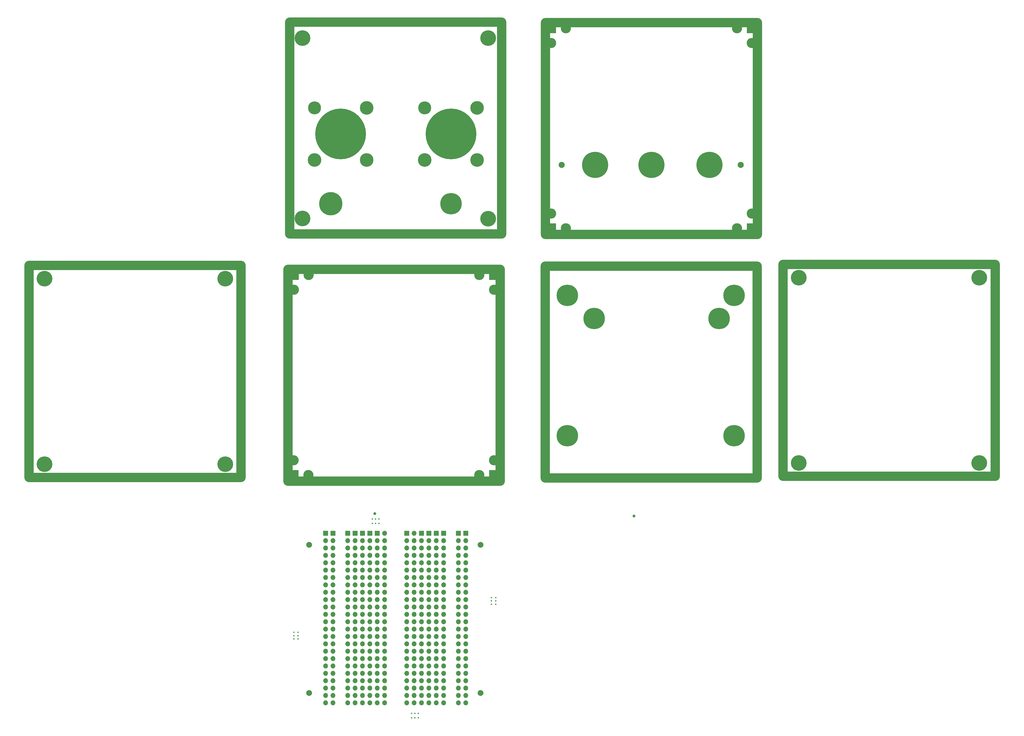
<source format=gbr>
%TF.GenerationSoftware,KiCad,Pcbnew,7.0.5-0*%
%TF.CreationDate,2024-04-21T20:32:49-04:00*%
%TF.ProjectId,swr_meter,7377725f-6d65-4746-9572-2e6b69636164,rev?*%
%TF.SameCoordinates,Original*%
%TF.FileFunction,Soldermask,Top*%
%TF.FilePolarity,Negative*%
%FSLAX46Y46*%
G04 Gerber Fmt 4.6, Leading zero omitted, Abs format (unit mm)*
G04 Created by KiCad (PCBNEW 7.0.5-0) date 2024-04-21 20:32:49*
%MOMM*%
%LPD*%
G01*
G04 APERTURE LIST*
%ADD10C,3.200000*%
%ADD11C,5.400000*%
%ADD12C,8.000000*%
%ADD13R,1.700000X1.700000*%
%ADD14O,1.700000X1.700000*%
%ADD15C,2.100000*%
%ADD16C,9.000000*%
%ADD17R,3.500000X3.500000*%
%ADD18O,3.500000X3.500000*%
%ADD19C,2.000000*%
%ADD20C,7.400000*%
%ADD21C,0.500000*%
%ADD22C,1.000000*%
%ADD23C,17.500000*%
%ADD24C,4.700000*%
%ADD25C,4.500000*%
G04 APERTURE END LIST*
D10*
%TO.C,REF\u002A\u002A*%
X139217400Y-20328000D02*
X212217400Y-20328000D01*
X212217400Y-20328000D02*
X212217400Y-93328000D01*
X212217400Y-93328000D02*
X139217400Y-93328000D01*
X139217400Y-93328000D02*
X139217400Y-20328000D01*
X49486003Y-104169997D02*
X122486003Y-104169997D01*
X122486003Y-104169997D02*
X122486003Y-177169997D01*
X122486003Y-177169997D02*
X49486003Y-177169997D01*
X49486003Y-177169997D02*
X49486003Y-104169997D01*
X227299400Y-20467200D02*
X300299400Y-20467200D01*
X300299400Y-20467200D02*
X300299400Y-93467200D01*
X300299400Y-93467200D02*
X227299400Y-93467200D01*
X227299400Y-93467200D02*
X227299400Y-20467200D01*
X138660000Y-105450000D02*
X211660000Y-105450000D01*
X211660000Y-105450000D02*
X211660000Y-178450000D01*
X211660000Y-178450000D02*
X138660000Y-178450000D01*
X138660000Y-178450000D02*
X138660000Y-105450000D01*
X227200000Y-104400000D02*
X300200000Y-104400000D01*
X300200000Y-104400000D02*
X300200000Y-177400000D01*
X300200000Y-177400000D02*
X227200000Y-177400000D01*
X227200000Y-177400000D02*
X227200000Y-104400000D01*
X309100000Y-103800000D02*
X382100000Y-103800000D01*
X382100000Y-103800000D02*
X382100000Y-176800000D01*
X382100000Y-176800000D02*
X309100000Y-176800000D01*
X309100000Y-176800000D02*
X309100000Y-103800000D01*
%TD*%
D11*
%TO.C,H2*%
X54844003Y-172589997D03*
%TD*%
D12*
%TO.C,REF\u002A\u002A*%
X153337886Y-82871332D03*
%TD*%
D13*
%TO.C,J13*%
X166840540Y-196438000D03*
D14*
X166840540Y-198978000D03*
X166840540Y-201518000D03*
X166840540Y-204058000D03*
X166840540Y-206598000D03*
X166840540Y-209138000D03*
X166840540Y-211678000D03*
X166840540Y-214218000D03*
X166840540Y-216758000D03*
X166840540Y-219298000D03*
X166840540Y-221838000D03*
X166840540Y-224378000D03*
X166840540Y-226918000D03*
X166840540Y-229458000D03*
X166840540Y-231998000D03*
X166840540Y-234538000D03*
X166840540Y-237078000D03*
X166840540Y-239618000D03*
X166840540Y-242158000D03*
X166840540Y-244698000D03*
X166840540Y-247238000D03*
X166840540Y-249778000D03*
X166840540Y-252318000D03*
X166840540Y-254858000D03*
%TD*%
D15*
%TO.C,H20*%
X232869200Y-69500000D03*
%TD*%
D16*
%TO.C,REF\u002A\u002A*%
X244384119Y-69500000D03*
%TD*%
D13*
%TO.C,J20*%
X151600540Y-196438000D03*
D14*
X151600540Y-198978000D03*
X151600540Y-201518000D03*
X151600540Y-204058000D03*
X151600540Y-206598000D03*
X151600540Y-209138000D03*
X151600540Y-211678000D03*
X151600540Y-214218000D03*
X151600540Y-216758000D03*
X151600540Y-219298000D03*
X151600540Y-221838000D03*
X151600540Y-224378000D03*
X151600540Y-226918000D03*
X151600540Y-229458000D03*
X151600540Y-231998000D03*
X151600540Y-234538000D03*
X151600540Y-237078000D03*
X151600540Y-239618000D03*
X151600540Y-242158000D03*
X151600540Y-244698000D03*
X151600540Y-247238000D03*
X151600540Y-249778000D03*
X151600540Y-252318000D03*
X151600540Y-254858000D03*
%TD*%
D11*
%TO.C,H14*%
X117036003Y-172589997D03*
%TD*%
D17*
%TO.C,J47*%
X209610000Y-176370000D03*
D18*
X209610000Y-171290000D03*
X204530000Y-176370000D03*
%TD*%
D13*
%TO.C,J30*%
X197320540Y-196438000D03*
D14*
X197320540Y-198978000D03*
X197320540Y-201518000D03*
X197320540Y-204058000D03*
X197320540Y-206598000D03*
X197320540Y-209138000D03*
X197320540Y-211678000D03*
X197320540Y-214218000D03*
X197320540Y-216758000D03*
X197320540Y-219298000D03*
X197320540Y-221838000D03*
X197320540Y-224378000D03*
X197320540Y-226918000D03*
X197320540Y-229458000D03*
X197320540Y-231998000D03*
X197320540Y-234538000D03*
X197320540Y-237078000D03*
X197320540Y-239618000D03*
X197320540Y-242158000D03*
X197320540Y-244698000D03*
X197320540Y-247238000D03*
X197320540Y-249778000D03*
X197320540Y-252318000D03*
X197320540Y-254858000D03*
%TD*%
D19*
%TO.C,TP1*%
X204956540Y-251414000D03*
%TD*%
D17*
%TO.C,J46*%
X140580000Y-176365000D03*
D18*
X145660000Y-176365000D03*
X140580000Y-171285000D03*
%TD*%
D17*
%TO.C,J47*%
X209610000Y-176370000D03*
D18*
X209610000Y-171290000D03*
X204530000Y-176370000D03*
%TD*%
D13*
%TO.C,J2*%
X184620540Y-196438000D03*
D14*
X184620540Y-198978000D03*
X184620540Y-201518000D03*
X184620540Y-204058000D03*
X184620540Y-206598000D03*
X184620540Y-209138000D03*
X184620540Y-211678000D03*
X184620540Y-214218000D03*
X184620540Y-216758000D03*
X184620540Y-219298000D03*
X184620540Y-221838000D03*
X184620540Y-224378000D03*
X184620540Y-226918000D03*
X184620540Y-229458000D03*
X184620540Y-231998000D03*
X184620540Y-234538000D03*
X184620540Y-237078000D03*
X184620540Y-239618000D03*
X184620540Y-242158000D03*
X184620540Y-244698000D03*
X184620540Y-247238000D03*
X184620540Y-249778000D03*
X184620540Y-252318000D03*
X184620540Y-254858000D03*
%TD*%
D20*
%TO.C,H5*%
X234840000Y-114475000D03*
%TD*%
%TO.C,H9*%
X244020000Y-122460000D03*
%TD*%
D19*
%TO.C,TP3*%
X145956540Y-200414000D03*
%TD*%
D11*
%TO.C,H12*%
X314458000Y-172220000D03*
%TD*%
D13*
%TO.C,J10*%
X159220540Y-196438000D03*
D14*
X159220540Y-198978000D03*
X159220540Y-201518000D03*
X159220540Y-204058000D03*
X159220540Y-206598000D03*
X159220540Y-209138000D03*
X159220540Y-211678000D03*
X159220540Y-214218000D03*
X159220540Y-216758000D03*
X159220540Y-219298000D03*
X159220540Y-221838000D03*
X159220540Y-224378000D03*
X159220540Y-226918000D03*
X159220540Y-229458000D03*
X159220540Y-231998000D03*
X159220540Y-234538000D03*
X159220540Y-237078000D03*
X159220540Y-239618000D03*
X159220540Y-242158000D03*
X159220540Y-244698000D03*
X159220540Y-247238000D03*
X159220540Y-249778000D03*
X159220540Y-252318000D03*
X159220540Y-254858000D03*
%TD*%
D13*
%TO.C,J4*%
X189700540Y-196438000D03*
D14*
X189700540Y-198978000D03*
X189700540Y-201518000D03*
X189700540Y-204058000D03*
X189700540Y-206598000D03*
X189700540Y-209138000D03*
X189700540Y-211678000D03*
X189700540Y-214218000D03*
X189700540Y-216758000D03*
X189700540Y-219298000D03*
X189700540Y-221838000D03*
X189700540Y-224378000D03*
X189700540Y-226918000D03*
X189700540Y-229458000D03*
X189700540Y-231998000D03*
X189700540Y-234538000D03*
X189700540Y-237078000D03*
X189700540Y-239618000D03*
X189700540Y-242158000D03*
X189700540Y-244698000D03*
X189700540Y-247238000D03*
X189700540Y-249778000D03*
X189700540Y-252318000D03*
X189700540Y-254858000D03*
%TD*%
D17*
%TO.C,J46*%
X140580000Y-176365000D03*
D18*
X145660000Y-176365000D03*
X140580000Y-171285000D03*
%TD*%
D16*
%TO.C,REF\u002A\u002A*%
X263749119Y-69500000D03*
%TD*%
D17*
%TO.C,J45*%
X140660000Y-107430000D03*
D18*
X140660000Y-112510000D03*
X145740000Y-107430000D03*
%TD*%
D11*
%TO.C,H18*%
X207570000Y-88040000D03*
%TD*%
D20*
%TO.C,H6*%
X234830000Y-162810000D03*
%TD*%
D11*
%TO.C,H13*%
X117036003Y-108719997D03*
%TD*%
D21*
%TO.C,mouse-bite-1mm-slot*%
X167656540Y-191514000D03*
X167656540Y-193014000D03*
X168806540Y-191514000D03*
X168806540Y-193014000D03*
X169956540Y-191514000D03*
X169956540Y-193014000D03*
%TD*%
%TO.C,mouse-bite-1mm-slot*%
X181206540Y-258484000D03*
X181206540Y-259984000D03*
X182356540Y-258484000D03*
X182356540Y-259984000D03*
X183506540Y-258484000D03*
X183506540Y-259984000D03*
%TD*%
%TO.C,mouse-bite-1mm-slot*%
X140640540Y-232850000D03*
X142140540Y-232850000D03*
X140640540Y-231700000D03*
X142140540Y-231700000D03*
X140640540Y-230550000D03*
X142140540Y-230550000D03*
%TD*%
D13*
%TO.C,J9*%
X169380540Y-196438000D03*
D14*
X171920540Y-196438000D03*
X169380540Y-198978000D03*
X171920540Y-198978000D03*
X169380540Y-201518000D03*
X171920540Y-201518000D03*
X169380540Y-204058000D03*
X171920540Y-204058000D03*
X169380540Y-206598000D03*
X171920540Y-206598000D03*
X169380540Y-209138000D03*
X171920540Y-209138000D03*
X169380540Y-211678000D03*
X171920540Y-211678000D03*
X169380540Y-214218000D03*
X171920540Y-214218000D03*
X169380540Y-216758000D03*
X171920540Y-216758000D03*
X169380540Y-219298000D03*
X171920540Y-219298000D03*
X169380540Y-221838000D03*
X171920540Y-221838000D03*
X169380540Y-224378000D03*
X171920540Y-224378000D03*
X169380540Y-226918000D03*
X171920540Y-226918000D03*
X169380540Y-229458000D03*
X171920540Y-229458000D03*
X169380540Y-231998000D03*
X171920540Y-231998000D03*
X169380540Y-234538000D03*
X171920540Y-234538000D03*
X169380540Y-237078000D03*
X171920540Y-237078000D03*
X169380540Y-239618000D03*
X171920540Y-239618000D03*
X169380540Y-242158000D03*
X171920540Y-242158000D03*
X169380540Y-244698000D03*
X171920540Y-244698000D03*
X169380540Y-247238000D03*
X171920540Y-247238000D03*
X169380540Y-249778000D03*
X171920540Y-249778000D03*
X169380540Y-252318000D03*
X171920540Y-252318000D03*
X169380540Y-254858000D03*
X171920540Y-254858000D03*
%TD*%
D13*
%TO.C,J1*%
X179540540Y-196438000D03*
D14*
X182080540Y-196438000D03*
X179540540Y-198978000D03*
X182080540Y-198978000D03*
X179540540Y-201518000D03*
X182080540Y-201518000D03*
X179540540Y-204058000D03*
X182080540Y-204058000D03*
X179540540Y-206598000D03*
X182080540Y-206598000D03*
X179540540Y-209138000D03*
X182080540Y-209138000D03*
X179540540Y-211678000D03*
X182080540Y-211678000D03*
X179540540Y-214218000D03*
X182080540Y-214218000D03*
X179540540Y-216758000D03*
X182080540Y-216758000D03*
X179540540Y-219298000D03*
X182080540Y-219298000D03*
X179540540Y-221838000D03*
X182080540Y-221838000D03*
X179540540Y-224378000D03*
X182080540Y-224378000D03*
X179540540Y-226918000D03*
X182080540Y-226918000D03*
X179540540Y-229458000D03*
X182080540Y-229458000D03*
X179540540Y-231998000D03*
X182080540Y-231998000D03*
X179540540Y-234538000D03*
X182080540Y-234538000D03*
X179540540Y-237078000D03*
X182080540Y-237078000D03*
X179540540Y-239618000D03*
X182080540Y-239618000D03*
X179540540Y-242158000D03*
X182080540Y-242158000D03*
X179540540Y-244698000D03*
X182080540Y-244698000D03*
X179540540Y-247238000D03*
X182080540Y-247238000D03*
X179540540Y-249778000D03*
X182080540Y-249778000D03*
X179540540Y-252318000D03*
X182080540Y-252318000D03*
X179540540Y-254858000D03*
X182080540Y-254858000D03*
%TD*%
D19*
%TO.C,TP4*%
X204956540Y-200414000D03*
%TD*%
D20*
%TO.C,H8*%
X292220000Y-162810000D03*
%TD*%
D13*
%TO.C,J21*%
X154140540Y-196438000D03*
D14*
X154140540Y-198978000D03*
X154140540Y-201518000D03*
X154140540Y-204058000D03*
X154140540Y-206598000D03*
X154140540Y-209138000D03*
X154140540Y-211678000D03*
X154140540Y-214218000D03*
X154140540Y-216758000D03*
X154140540Y-219298000D03*
X154140540Y-221838000D03*
X154140540Y-224378000D03*
X154140540Y-226918000D03*
X154140540Y-229458000D03*
X154140540Y-231998000D03*
X154140540Y-234538000D03*
X154140540Y-237078000D03*
X154140540Y-239618000D03*
X154140540Y-242158000D03*
X154140540Y-244698000D03*
X154140540Y-247238000D03*
X154140540Y-249778000D03*
X154140540Y-252318000D03*
X154140540Y-254858000D03*
%TD*%
D20*
%TO.C,H5*%
X194800000Y-82871332D03*
%TD*%
D13*
%TO.C,J12*%
X164300540Y-196438000D03*
D14*
X164300540Y-198978000D03*
X164300540Y-201518000D03*
X164300540Y-204058000D03*
X164300540Y-206598000D03*
X164300540Y-209138000D03*
X164300540Y-211678000D03*
X164300540Y-214218000D03*
X164300540Y-216758000D03*
X164300540Y-219298000D03*
X164300540Y-221838000D03*
X164300540Y-224378000D03*
X164300540Y-226918000D03*
X164300540Y-229458000D03*
X164300540Y-231998000D03*
X164300540Y-234538000D03*
X164300540Y-237078000D03*
X164300540Y-239618000D03*
X164300540Y-242158000D03*
X164300540Y-244698000D03*
X164300540Y-247238000D03*
X164300540Y-249778000D03*
X164300540Y-252318000D03*
X164300540Y-254858000D03*
%TD*%
D13*
%TO.C,J3*%
X187160540Y-196438000D03*
D14*
X187160540Y-198978000D03*
X187160540Y-201518000D03*
X187160540Y-204058000D03*
X187160540Y-206598000D03*
X187160540Y-209138000D03*
X187160540Y-211678000D03*
X187160540Y-214218000D03*
X187160540Y-216758000D03*
X187160540Y-219298000D03*
X187160540Y-221838000D03*
X187160540Y-224378000D03*
X187160540Y-226918000D03*
X187160540Y-229458000D03*
X187160540Y-231998000D03*
X187160540Y-234538000D03*
X187160540Y-237078000D03*
X187160540Y-239618000D03*
X187160540Y-242158000D03*
X187160540Y-244698000D03*
X187160540Y-247238000D03*
X187160540Y-249778000D03*
X187160540Y-252318000D03*
X187160540Y-254858000D03*
%TD*%
D11*
%TO.C,H1*%
X54844003Y-108719997D03*
%TD*%
D15*
%TO.C,H21*%
X294529200Y-69500000D03*
%TD*%
D22*
%TO.C,TP5*%
X257750000Y-190500000D03*
%TD*%
D20*
%TO.C,H7*%
X292230000Y-114475000D03*
%TD*%
D16*
%TO.C,REF\u002A\u002A*%
X283749119Y-69500000D03*
%TD*%
D13*
%TO.C,J11*%
X161760540Y-196438000D03*
D14*
X161760540Y-198978000D03*
X161760540Y-201518000D03*
X161760540Y-204058000D03*
X161760540Y-206598000D03*
X161760540Y-209138000D03*
X161760540Y-211678000D03*
X161760540Y-214218000D03*
X161760540Y-216758000D03*
X161760540Y-219298000D03*
X161760540Y-221838000D03*
X161760540Y-224378000D03*
X161760540Y-226918000D03*
X161760540Y-229458000D03*
X161760540Y-231998000D03*
X161760540Y-234538000D03*
X161760540Y-237078000D03*
X161760540Y-239618000D03*
X161760540Y-242158000D03*
X161760540Y-244698000D03*
X161760540Y-247238000D03*
X161760540Y-249778000D03*
X161760540Y-252318000D03*
X161760540Y-254858000D03*
%TD*%
D11*
%TO.C,H3*%
X376650000Y-108350000D03*
%TD*%
D17*
%TO.C,J45*%
X140660000Y-107430000D03*
D18*
X140660000Y-112510000D03*
X145740000Y-107430000D03*
%TD*%
D13*
%TO.C,J5*%
X192240540Y-196438000D03*
D14*
X192240540Y-198978000D03*
X192240540Y-201518000D03*
X192240540Y-204058000D03*
X192240540Y-206598000D03*
X192240540Y-209138000D03*
X192240540Y-211678000D03*
X192240540Y-214218000D03*
X192240540Y-216758000D03*
X192240540Y-219298000D03*
X192240540Y-221838000D03*
X192240540Y-224378000D03*
X192240540Y-226918000D03*
X192240540Y-229458000D03*
X192240540Y-231998000D03*
X192240540Y-234538000D03*
X192240540Y-237078000D03*
X192240540Y-239618000D03*
X192240540Y-242158000D03*
X192240540Y-244698000D03*
X192240540Y-247238000D03*
X192240540Y-249778000D03*
X192240540Y-252318000D03*
X192240540Y-254858000D03*
%TD*%
D13*
%TO.C,J31*%
X199860540Y-196438000D03*
D14*
X199860540Y-198978000D03*
X199860540Y-201518000D03*
X199860540Y-204058000D03*
X199860540Y-206598000D03*
X199860540Y-209138000D03*
X199860540Y-211678000D03*
X199860540Y-214218000D03*
X199860540Y-216758000D03*
X199860540Y-219298000D03*
X199860540Y-221838000D03*
X199860540Y-224378000D03*
X199860540Y-226918000D03*
X199860540Y-229458000D03*
X199860540Y-231998000D03*
X199860540Y-234538000D03*
X199860540Y-237078000D03*
X199860540Y-239618000D03*
X199860540Y-242158000D03*
X199860540Y-244698000D03*
X199860540Y-247238000D03*
X199860540Y-249778000D03*
X199860540Y-252318000D03*
X199860540Y-254858000D03*
%TD*%
D11*
%TO.C,H4*%
X376650000Y-172220000D03*
%TD*%
%TO.C,H17*%
X207580000Y-25840000D03*
%TD*%
%TO.C,H11*%
X314458000Y-108350000D03*
%TD*%
D20*
%TO.C,H10*%
X287020000Y-122460000D03*
%TD*%
D11*
%TO.C,H15*%
X143650000Y-25860000D03*
%TD*%
%TO.C,H16*%
X143650000Y-87940000D03*
%TD*%
D17*
%TO.C,J48*%
X209615000Y-107435000D03*
D18*
X204535000Y-107435000D03*
X209615000Y-112515000D03*
%TD*%
D19*
%TO.C,TP2*%
X145956540Y-251414000D03*
%TD*%
D21*
%TO.C,mouse-bite-1mm-slot*%
X208636540Y-220884000D03*
X210136540Y-220884000D03*
X208636540Y-219734000D03*
X210136540Y-219734000D03*
X208636540Y-218584000D03*
X210136540Y-218584000D03*
%TD*%
D22*
%TO.C,TP5*%
X168529000Y-189687200D03*
%TD*%
D17*
%TO.C,J48*%
X209615000Y-107435000D03*
D18*
X204535000Y-107435000D03*
X209615000Y-112515000D03*
%TD*%
D17*
%TO.C,J43*%
X298325000Y-22420000D03*
D18*
X298325000Y-27500000D03*
X293245000Y-22420000D03*
%TD*%
D17*
%TO.C,J42*%
X229200000Y-91360000D03*
D18*
X229200000Y-86280000D03*
X234280000Y-91360000D03*
%TD*%
D17*
%TO.C,J41*%
X298330000Y-91355000D03*
D18*
X293250000Y-91355000D03*
X298330000Y-86275000D03*
%TD*%
D23*
%TO.C,J51*%
X156737886Y-58838658D03*
D24*
X165737886Y-67838658D03*
X165737886Y-49838658D03*
X147737886Y-67838658D03*
D25*
X147737886Y-49838658D03*
%TD*%
D17*
%TO.C,J44*%
X229270000Y-22425000D03*
D18*
X234350000Y-22425000D03*
X229270000Y-27505000D03*
%TD*%
D23*
%TO.C,J52*%
X194737886Y-58838658D03*
D24*
X203737886Y-67838658D03*
X203737886Y-49838658D03*
X185737886Y-67838658D03*
D25*
X185737886Y-49838658D03*
%TD*%
M02*

</source>
